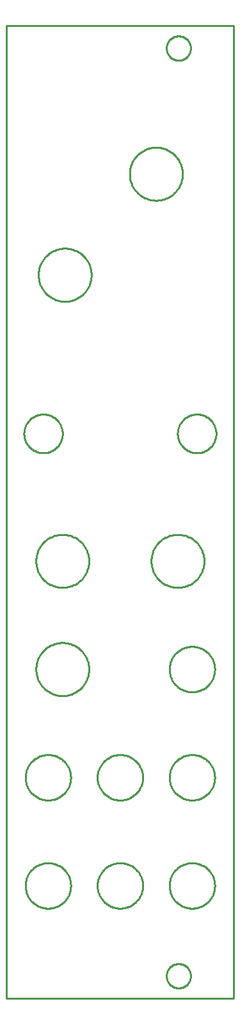
<source format=gko>
G04 EAGLE Gerber RS-274X export*
G75*
%MOMM*%
%FSLAX34Y34*%
%LPD*%
%IN*%
%IPPOS*%
%AMOC8*
5,1,8,0,0,1.08239X$1,22.5*%
G01*
%ADD10C,0.254000*%


D10*
X-302400Y0D02*
X-2400Y0D01*
X-2400Y1285000D01*
X-302400Y1285000D01*
X-302400Y0D01*
X-69775Y1088216D02*
X-69850Y1086601D01*
X-69999Y1084990D01*
X-70222Y1083389D01*
X-70520Y1081799D01*
X-70890Y1080225D01*
X-71332Y1078669D01*
X-71846Y1077136D01*
X-72431Y1075628D01*
X-73084Y1074148D01*
X-73805Y1072700D01*
X-74592Y1071287D01*
X-75443Y1069912D01*
X-76357Y1068578D01*
X-77332Y1067287D01*
X-78365Y1066043D01*
X-79454Y1064848D01*
X-80598Y1063704D01*
X-81793Y1062615D01*
X-83037Y1061582D01*
X-84328Y1060607D01*
X-85662Y1059693D01*
X-87037Y1058842D01*
X-88450Y1058055D01*
X-89898Y1057334D01*
X-91378Y1056681D01*
X-92886Y1056096D01*
X-94419Y1055582D01*
X-95975Y1055140D01*
X-97549Y1054770D01*
X-99139Y1054472D01*
X-100740Y1054249D01*
X-102351Y1054100D01*
X-103966Y1054025D01*
X-105584Y1054025D01*
X-107199Y1054100D01*
X-108810Y1054249D01*
X-110411Y1054472D01*
X-112001Y1054770D01*
X-113575Y1055140D01*
X-115131Y1055582D01*
X-116664Y1056096D01*
X-118173Y1056681D01*
X-119652Y1057334D01*
X-121100Y1058055D01*
X-122513Y1058842D01*
X-123888Y1059693D01*
X-125222Y1060607D01*
X-126513Y1061582D01*
X-127757Y1062615D01*
X-128952Y1063704D01*
X-130096Y1064848D01*
X-131185Y1066043D01*
X-132218Y1067287D01*
X-133193Y1068578D01*
X-134107Y1069912D01*
X-134958Y1071287D01*
X-135745Y1072700D01*
X-136466Y1074148D01*
X-137119Y1075628D01*
X-137704Y1077136D01*
X-138218Y1078669D01*
X-138660Y1080225D01*
X-139030Y1081799D01*
X-139328Y1083389D01*
X-139551Y1084990D01*
X-139700Y1086601D01*
X-139775Y1088216D01*
X-139775Y1089834D01*
X-139700Y1091449D01*
X-139551Y1093060D01*
X-139328Y1094661D01*
X-139030Y1096251D01*
X-138660Y1097825D01*
X-138218Y1099381D01*
X-137704Y1100914D01*
X-137119Y1102423D01*
X-136466Y1103902D01*
X-135745Y1105350D01*
X-134958Y1106763D01*
X-134107Y1108138D01*
X-133193Y1109472D01*
X-132218Y1110763D01*
X-131185Y1112007D01*
X-130096Y1113202D01*
X-128952Y1114346D01*
X-127757Y1115435D01*
X-126513Y1116468D01*
X-125222Y1117443D01*
X-123888Y1118357D01*
X-122513Y1119208D01*
X-121100Y1119995D01*
X-119652Y1120716D01*
X-118173Y1121369D01*
X-116664Y1121954D01*
X-115131Y1122468D01*
X-113575Y1122910D01*
X-112001Y1123280D01*
X-110411Y1123578D01*
X-108810Y1123801D01*
X-107199Y1123950D01*
X-105584Y1124025D01*
X-103966Y1124025D01*
X-102351Y1123950D01*
X-100740Y1123801D01*
X-99139Y1123578D01*
X-97549Y1123280D01*
X-95975Y1122910D01*
X-94419Y1122468D01*
X-92886Y1121954D01*
X-91378Y1121369D01*
X-89898Y1120716D01*
X-88450Y1119995D01*
X-87037Y1119208D01*
X-85662Y1118357D01*
X-84328Y1117443D01*
X-83037Y1116468D01*
X-81793Y1115435D01*
X-80598Y1114346D01*
X-79454Y1113202D01*
X-78365Y1112007D01*
X-77332Y1110763D01*
X-76357Y1109472D01*
X-75443Y1108138D01*
X-74592Y1106763D01*
X-73805Y1105350D01*
X-73084Y1103902D01*
X-72431Y1102423D01*
X-71846Y1100914D01*
X-71332Y1099381D01*
X-70890Y1097825D01*
X-70520Y1096251D01*
X-70222Y1094661D01*
X-69999Y1093060D01*
X-69850Y1091449D01*
X-69775Y1089834D01*
X-69775Y1088216D01*
X-190425Y954866D02*
X-190500Y953251D01*
X-190649Y951640D01*
X-190872Y950039D01*
X-191170Y948449D01*
X-191540Y946875D01*
X-191982Y945319D01*
X-192496Y943786D01*
X-193081Y942278D01*
X-193734Y940798D01*
X-194455Y939350D01*
X-195242Y937937D01*
X-196093Y936562D01*
X-197007Y935228D01*
X-197982Y933937D01*
X-199015Y932693D01*
X-200104Y931498D01*
X-201248Y930354D01*
X-202443Y929265D01*
X-203687Y928232D01*
X-204978Y927257D01*
X-206312Y926343D01*
X-207687Y925492D01*
X-209100Y924705D01*
X-210548Y923984D01*
X-212028Y923331D01*
X-213536Y922746D01*
X-215069Y922232D01*
X-216625Y921790D01*
X-218199Y921420D01*
X-219789Y921122D01*
X-221390Y920899D01*
X-223001Y920750D01*
X-224616Y920675D01*
X-226234Y920675D01*
X-227849Y920750D01*
X-229460Y920899D01*
X-231061Y921122D01*
X-232651Y921420D01*
X-234225Y921790D01*
X-235781Y922232D01*
X-237314Y922746D01*
X-238823Y923331D01*
X-240302Y923984D01*
X-241750Y924705D01*
X-243163Y925492D01*
X-244538Y926343D01*
X-245872Y927257D01*
X-247163Y928232D01*
X-248407Y929265D01*
X-249602Y930354D01*
X-250746Y931498D01*
X-251835Y932693D01*
X-252868Y933937D01*
X-253843Y935228D01*
X-254757Y936562D01*
X-255608Y937937D01*
X-256395Y939350D01*
X-257116Y940798D01*
X-257769Y942278D01*
X-258354Y943786D01*
X-258868Y945319D01*
X-259310Y946875D01*
X-259680Y948449D01*
X-259978Y950039D01*
X-260201Y951640D01*
X-260350Y953251D01*
X-260425Y954866D01*
X-260425Y956484D01*
X-260350Y958099D01*
X-260201Y959710D01*
X-259978Y961311D01*
X-259680Y962901D01*
X-259310Y964475D01*
X-258868Y966031D01*
X-258354Y967564D01*
X-257769Y969073D01*
X-257116Y970552D01*
X-256395Y972000D01*
X-255608Y973413D01*
X-254757Y974788D01*
X-253843Y976122D01*
X-252868Y977413D01*
X-251835Y978657D01*
X-250746Y979852D01*
X-249602Y980996D01*
X-248407Y982085D01*
X-247163Y983118D01*
X-245872Y984093D01*
X-244538Y985007D01*
X-243163Y985858D01*
X-241750Y986645D01*
X-240302Y987366D01*
X-238823Y988019D01*
X-237314Y988604D01*
X-235781Y989118D01*
X-234225Y989560D01*
X-232651Y989930D01*
X-231061Y990228D01*
X-229460Y990451D01*
X-227849Y990600D01*
X-226234Y990675D01*
X-224616Y990675D01*
X-223001Y990600D01*
X-221390Y990451D01*
X-219789Y990228D01*
X-218199Y989930D01*
X-216625Y989560D01*
X-215069Y989118D01*
X-213536Y988604D01*
X-212028Y988019D01*
X-210548Y987366D01*
X-209100Y986645D01*
X-207687Y985858D01*
X-206312Y985007D01*
X-204978Y984093D01*
X-203687Y983118D01*
X-202443Y982085D01*
X-201248Y980996D01*
X-200104Y979852D01*
X-199015Y978657D01*
X-197982Y977413D01*
X-197007Y976122D01*
X-196093Y974788D01*
X-195242Y973413D01*
X-194455Y972000D01*
X-193734Y970552D01*
X-193081Y969073D01*
X-192496Y967564D01*
X-191982Y966031D01*
X-191540Y964475D01*
X-191170Y962901D01*
X-190872Y961311D01*
X-190649Y959710D01*
X-190500Y958099D01*
X-190425Y956484D01*
X-190425Y954866D01*
X-25300Y745457D02*
X-25370Y744124D01*
X-25510Y742795D01*
X-25718Y741476D01*
X-25996Y740170D01*
X-26342Y738880D01*
X-26754Y737610D01*
X-27233Y736363D01*
X-27776Y735143D01*
X-28382Y733953D01*
X-29050Y732797D01*
X-29778Y731677D01*
X-30563Y730596D01*
X-31403Y729558D01*
X-32297Y728566D01*
X-33241Y727622D01*
X-34233Y726728D01*
X-35271Y725888D01*
X-36352Y725103D01*
X-37472Y724375D01*
X-38628Y723707D01*
X-39818Y723101D01*
X-41038Y722558D01*
X-42285Y722079D01*
X-43555Y721667D01*
X-44845Y721321D01*
X-46151Y721043D01*
X-47470Y720835D01*
X-48799Y720695D01*
X-50132Y720625D01*
X-51468Y720625D01*
X-52801Y720695D01*
X-54130Y720835D01*
X-55449Y721043D01*
X-56755Y721321D01*
X-58045Y721667D01*
X-59315Y722079D01*
X-60562Y722558D01*
X-61782Y723101D01*
X-62972Y723707D01*
X-64128Y724375D01*
X-65248Y725103D01*
X-66329Y725888D01*
X-67367Y726728D01*
X-68359Y727622D01*
X-69303Y728566D01*
X-70197Y729558D01*
X-71037Y730596D01*
X-71822Y731677D01*
X-72550Y732797D01*
X-73218Y733953D01*
X-73824Y735143D01*
X-74367Y736363D01*
X-74846Y737610D01*
X-75258Y738880D01*
X-75604Y740170D01*
X-75882Y741476D01*
X-76091Y742795D01*
X-76230Y744124D01*
X-76300Y745457D01*
X-76300Y746793D01*
X-76230Y748126D01*
X-76091Y749455D01*
X-75882Y750774D01*
X-75604Y752080D01*
X-75258Y753370D01*
X-74846Y754640D01*
X-74367Y755887D01*
X-73824Y757107D01*
X-73218Y758297D01*
X-72550Y759453D01*
X-71822Y760573D01*
X-71037Y761654D01*
X-70197Y762692D01*
X-69303Y763684D01*
X-68359Y764628D01*
X-67367Y765522D01*
X-66329Y766362D01*
X-65248Y767147D01*
X-64128Y767875D01*
X-62972Y768543D01*
X-61782Y769149D01*
X-60562Y769692D01*
X-59315Y770171D01*
X-58045Y770583D01*
X-56755Y770929D01*
X-55449Y771207D01*
X-54130Y771416D01*
X-52801Y771555D01*
X-51468Y771625D01*
X-50132Y771625D01*
X-48799Y771555D01*
X-47470Y771416D01*
X-46151Y771207D01*
X-44845Y770929D01*
X-43555Y770583D01*
X-42285Y770171D01*
X-41038Y769692D01*
X-39818Y769149D01*
X-38628Y768543D01*
X-37472Y767875D01*
X-36352Y767147D01*
X-35271Y766362D01*
X-34233Y765522D01*
X-33241Y764628D01*
X-32297Y763684D01*
X-31403Y762692D01*
X-30563Y761654D01*
X-29778Y760573D01*
X-29050Y759453D01*
X-28382Y758297D01*
X-27776Y757107D01*
X-27233Y755887D01*
X-26754Y754640D01*
X-26342Y753370D01*
X-25996Y752080D01*
X-25718Y750774D01*
X-25510Y749455D01*
X-25370Y748126D01*
X-25300Y746793D01*
X-25300Y745457D01*
X-228500Y745457D02*
X-228570Y744124D01*
X-228710Y742795D01*
X-228918Y741476D01*
X-229196Y740170D01*
X-229542Y738880D01*
X-229954Y737610D01*
X-230433Y736363D01*
X-230976Y735143D01*
X-231582Y733953D01*
X-232250Y732797D01*
X-232978Y731677D01*
X-233763Y730596D01*
X-234603Y729558D01*
X-235497Y728566D01*
X-236441Y727622D01*
X-237433Y726728D01*
X-238471Y725888D01*
X-239552Y725103D01*
X-240672Y724375D01*
X-241828Y723707D01*
X-243018Y723101D01*
X-244238Y722558D01*
X-245485Y722079D01*
X-246755Y721667D01*
X-248045Y721321D01*
X-249351Y721043D01*
X-250670Y720835D01*
X-251999Y720695D01*
X-253332Y720625D01*
X-254668Y720625D01*
X-256001Y720695D01*
X-257330Y720835D01*
X-258649Y721043D01*
X-259955Y721321D01*
X-261245Y721667D01*
X-262515Y722079D01*
X-263762Y722558D01*
X-264982Y723101D01*
X-266172Y723707D01*
X-267328Y724375D01*
X-268448Y725103D01*
X-269529Y725888D01*
X-270567Y726728D01*
X-271559Y727622D01*
X-272503Y728566D01*
X-273397Y729558D01*
X-274237Y730596D01*
X-275022Y731677D01*
X-275750Y732797D01*
X-276418Y733953D01*
X-277024Y735143D01*
X-277567Y736363D01*
X-278046Y737610D01*
X-278458Y738880D01*
X-278804Y740170D01*
X-279082Y741476D01*
X-279291Y742795D01*
X-279430Y744124D01*
X-279500Y745457D01*
X-279500Y746793D01*
X-279430Y748126D01*
X-279291Y749455D01*
X-279082Y750774D01*
X-278804Y752080D01*
X-278458Y753370D01*
X-278046Y754640D01*
X-277567Y755887D01*
X-277024Y757107D01*
X-276418Y758297D01*
X-275750Y759453D01*
X-275022Y760573D01*
X-274237Y761654D01*
X-273397Y762692D01*
X-272503Y763684D01*
X-271559Y764628D01*
X-270567Y765522D01*
X-269529Y766362D01*
X-268448Y767147D01*
X-267328Y767875D01*
X-266172Y768543D01*
X-264982Y769149D01*
X-263762Y769692D01*
X-262515Y770171D01*
X-261245Y770583D01*
X-259955Y770929D01*
X-258649Y771207D01*
X-257330Y771416D01*
X-256001Y771555D01*
X-254668Y771625D01*
X-253332Y771625D01*
X-251999Y771555D01*
X-250670Y771416D01*
X-249351Y771207D01*
X-248045Y770929D01*
X-246755Y770583D01*
X-245485Y770171D01*
X-244238Y769692D01*
X-243018Y769149D01*
X-241828Y768543D01*
X-240672Y767875D01*
X-239552Y767147D01*
X-238471Y766362D01*
X-237433Y765522D01*
X-236441Y764628D01*
X-235497Y763684D01*
X-234603Y762692D01*
X-233763Y761654D01*
X-232978Y760573D01*
X-232250Y759453D01*
X-231582Y758297D01*
X-230976Y757107D01*
X-230433Y755887D01*
X-229954Y754640D01*
X-229542Y753370D01*
X-229196Y752080D01*
X-228918Y750774D01*
X-228710Y749455D01*
X-228570Y748126D01*
X-228500Y746793D01*
X-228500Y745457D01*
X-41200Y577041D02*
X-41275Y575426D01*
X-41424Y573815D01*
X-41647Y572214D01*
X-41945Y570624D01*
X-42315Y569050D01*
X-42757Y567494D01*
X-43271Y565961D01*
X-43856Y564453D01*
X-44509Y562973D01*
X-45230Y561525D01*
X-46017Y560112D01*
X-46868Y558737D01*
X-47782Y557403D01*
X-48757Y556112D01*
X-49790Y554868D01*
X-50879Y553673D01*
X-52023Y552529D01*
X-53218Y551440D01*
X-54462Y550407D01*
X-55753Y549432D01*
X-57087Y548518D01*
X-58462Y547667D01*
X-59875Y546880D01*
X-61323Y546159D01*
X-62803Y545506D01*
X-64311Y544921D01*
X-65844Y544407D01*
X-67400Y543965D01*
X-68974Y543595D01*
X-70564Y543297D01*
X-72165Y543074D01*
X-73776Y542925D01*
X-75391Y542850D01*
X-77009Y542850D01*
X-78624Y542925D01*
X-80235Y543074D01*
X-81836Y543297D01*
X-83426Y543595D01*
X-85000Y543965D01*
X-86556Y544407D01*
X-88089Y544921D01*
X-89598Y545506D01*
X-91077Y546159D01*
X-92525Y546880D01*
X-93938Y547667D01*
X-95313Y548518D01*
X-96647Y549432D01*
X-97938Y550407D01*
X-99182Y551440D01*
X-100377Y552529D01*
X-101521Y553673D01*
X-102610Y554868D01*
X-103643Y556112D01*
X-104618Y557403D01*
X-105532Y558737D01*
X-106383Y560112D01*
X-107170Y561525D01*
X-107891Y562973D01*
X-108544Y564453D01*
X-109129Y565961D01*
X-109643Y567494D01*
X-110085Y569050D01*
X-110455Y570624D01*
X-110753Y572214D01*
X-110976Y573815D01*
X-111125Y575426D01*
X-111200Y577041D01*
X-111200Y578659D01*
X-111125Y580274D01*
X-110976Y581885D01*
X-110753Y583486D01*
X-110455Y585076D01*
X-110085Y586650D01*
X-109643Y588206D01*
X-109129Y589739D01*
X-108544Y591248D01*
X-107891Y592727D01*
X-107170Y594175D01*
X-106383Y595588D01*
X-105532Y596963D01*
X-104618Y598297D01*
X-103643Y599588D01*
X-102610Y600832D01*
X-101521Y602027D01*
X-100377Y603171D01*
X-99182Y604260D01*
X-97938Y605293D01*
X-96647Y606268D01*
X-95313Y607182D01*
X-93938Y608033D01*
X-92525Y608820D01*
X-91077Y609541D01*
X-89598Y610194D01*
X-88089Y610779D01*
X-86556Y611293D01*
X-85000Y611735D01*
X-83426Y612105D01*
X-81836Y612403D01*
X-80235Y612626D01*
X-78624Y612775D01*
X-77009Y612850D01*
X-75391Y612850D01*
X-73776Y612775D01*
X-72165Y612626D01*
X-70564Y612403D01*
X-68974Y612105D01*
X-67400Y611735D01*
X-65844Y611293D01*
X-64311Y610779D01*
X-62803Y610194D01*
X-61323Y609541D01*
X-59875Y608820D01*
X-58462Y608033D01*
X-57087Y607182D01*
X-55753Y606268D01*
X-54462Y605293D01*
X-53218Y604260D01*
X-52023Y603171D01*
X-50879Y602027D01*
X-49790Y600832D01*
X-48757Y599588D01*
X-47782Y598297D01*
X-46868Y596963D01*
X-46017Y595588D01*
X-45230Y594175D01*
X-44509Y592727D01*
X-43856Y591248D01*
X-43271Y589739D01*
X-42757Y588206D01*
X-42315Y586650D01*
X-41945Y585076D01*
X-41647Y583486D01*
X-41424Y581885D01*
X-41275Y580274D01*
X-41200Y578659D01*
X-41200Y577041D01*
X-193600Y577041D02*
X-193675Y575426D01*
X-193824Y573815D01*
X-194047Y572214D01*
X-194345Y570624D01*
X-194715Y569050D01*
X-195157Y567494D01*
X-195671Y565961D01*
X-196256Y564453D01*
X-196909Y562973D01*
X-197630Y561525D01*
X-198417Y560112D01*
X-199268Y558737D01*
X-200182Y557403D01*
X-201157Y556112D01*
X-202190Y554868D01*
X-203279Y553673D01*
X-204423Y552529D01*
X-205618Y551440D01*
X-206862Y550407D01*
X-208153Y549432D01*
X-209487Y548518D01*
X-210862Y547667D01*
X-212275Y546880D01*
X-213723Y546159D01*
X-215203Y545506D01*
X-216711Y544921D01*
X-218244Y544407D01*
X-219800Y543965D01*
X-221374Y543595D01*
X-222964Y543297D01*
X-224565Y543074D01*
X-226176Y542925D01*
X-227791Y542850D01*
X-229409Y542850D01*
X-231024Y542925D01*
X-232635Y543074D01*
X-234236Y543297D01*
X-235826Y543595D01*
X-237400Y543965D01*
X-238956Y544407D01*
X-240489Y544921D01*
X-241998Y545506D01*
X-243477Y546159D01*
X-244925Y546880D01*
X-246338Y547667D01*
X-247713Y548518D01*
X-249047Y549432D01*
X-250338Y550407D01*
X-251582Y551440D01*
X-252777Y552529D01*
X-253921Y553673D01*
X-255010Y554868D01*
X-256043Y556112D01*
X-257018Y557403D01*
X-257932Y558737D01*
X-258783Y560112D01*
X-259570Y561525D01*
X-260291Y562973D01*
X-260944Y564453D01*
X-261529Y565961D01*
X-262043Y567494D01*
X-262485Y569050D01*
X-262855Y570624D01*
X-263153Y572214D01*
X-263376Y573815D01*
X-263525Y575426D01*
X-263600Y577041D01*
X-263600Y578659D01*
X-263525Y580274D01*
X-263376Y581885D01*
X-263153Y583486D01*
X-262855Y585076D01*
X-262485Y586650D01*
X-262043Y588206D01*
X-261529Y589739D01*
X-260944Y591248D01*
X-260291Y592727D01*
X-259570Y594175D01*
X-258783Y595588D01*
X-257932Y596963D01*
X-257018Y598297D01*
X-256043Y599588D01*
X-255010Y600832D01*
X-253921Y602027D01*
X-252777Y603171D01*
X-251582Y604260D01*
X-250338Y605293D01*
X-249047Y606268D01*
X-247713Y607182D01*
X-246338Y608033D01*
X-244925Y608820D01*
X-243477Y609541D01*
X-241998Y610194D01*
X-240489Y610779D01*
X-238956Y611293D01*
X-237400Y611735D01*
X-235826Y612105D01*
X-234236Y612403D01*
X-232635Y612626D01*
X-231024Y612775D01*
X-229409Y612850D01*
X-227791Y612850D01*
X-226176Y612775D01*
X-224565Y612626D01*
X-222964Y612403D01*
X-221374Y612105D01*
X-219800Y611735D01*
X-218244Y611293D01*
X-216711Y610779D01*
X-215203Y610194D01*
X-213723Y609541D01*
X-212275Y608820D01*
X-210862Y608033D01*
X-209487Y607182D01*
X-208153Y606268D01*
X-206862Y605293D01*
X-205618Y604260D01*
X-204423Y603171D01*
X-203279Y602027D01*
X-202190Y600832D01*
X-201157Y599588D01*
X-200182Y598297D01*
X-199268Y596963D01*
X-198417Y595588D01*
X-197630Y594175D01*
X-196909Y592727D01*
X-196256Y591248D01*
X-195671Y589739D01*
X-195157Y588206D01*
X-194715Y586650D01*
X-194345Y585076D01*
X-194047Y583486D01*
X-193824Y581885D01*
X-193675Y580274D01*
X-193600Y578659D01*
X-193600Y577041D01*
X-27150Y434239D02*
X-27222Y432767D01*
X-27367Y431302D01*
X-27583Y429845D01*
X-27870Y428400D01*
X-28228Y426971D01*
X-28656Y425562D01*
X-29152Y424175D01*
X-29715Y422814D01*
X-30345Y421483D01*
X-31040Y420184D01*
X-31797Y418920D01*
X-32615Y417696D01*
X-33492Y416513D01*
X-34427Y415374D01*
X-35416Y414283D01*
X-36458Y413241D01*
X-37549Y412252D01*
X-38688Y411317D01*
X-39871Y410440D01*
X-41095Y409622D01*
X-42359Y408865D01*
X-43658Y408170D01*
X-44989Y407540D01*
X-46350Y406977D01*
X-47737Y406481D01*
X-49146Y406053D01*
X-50575Y405695D01*
X-52020Y405408D01*
X-53477Y405192D01*
X-54942Y405047D01*
X-56414Y404975D01*
X-57886Y404975D01*
X-59358Y405047D01*
X-60823Y405192D01*
X-62280Y405408D01*
X-63725Y405695D01*
X-65154Y406053D01*
X-66563Y406481D01*
X-67950Y406977D01*
X-69311Y407540D01*
X-70642Y408170D01*
X-71941Y408865D01*
X-73205Y409622D01*
X-74429Y410440D01*
X-75613Y411317D01*
X-76751Y412252D01*
X-77842Y413241D01*
X-78884Y414283D01*
X-79873Y415374D01*
X-80808Y416513D01*
X-81685Y417696D01*
X-82503Y418920D01*
X-83260Y420184D01*
X-83955Y421483D01*
X-84585Y422814D01*
X-85148Y424175D01*
X-85644Y425562D01*
X-86072Y426971D01*
X-86430Y428400D01*
X-86717Y429845D01*
X-86933Y431302D01*
X-87078Y432767D01*
X-87150Y434239D01*
X-87150Y435711D01*
X-87078Y437183D01*
X-86933Y438648D01*
X-86717Y440105D01*
X-86430Y441550D01*
X-86072Y442979D01*
X-85644Y444388D01*
X-85148Y445775D01*
X-84585Y447136D01*
X-83955Y448467D01*
X-83260Y449766D01*
X-82503Y451030D01*
X-81685Y452254D01*
X-80808Y453438D01*
X-79873Y454576D01*
X-78884Y455667D01*
X-77842Y456709D01*
X-76751Y457698D01*
X-75613Y458633D01*
X-74429Y459510D01*
X-73205Y460328D01*
X-71941Y461085D01*
X-70642Y461780D01*
X-69311Y462410D01*
X-67950Y462973D01*
X-66563Y463469D01*
X-65154Y463897D01*
X-63725Y464255D01*
X-62280Y464542D01*
X-60823Y464758D01*
X-59358Y464903D01*
X-57886Y464975D01*
X-56414Y464975D01*
X-54942Y464903D01*
X-53477Y464758D01*
X-52020Y464542D01*
X-50575Y464255D01*
X-49146Y463897D01*
X-47737Y463469D01*
X-46350Y462973D01*
X-44989Y462410D01*
X-43658Y461780D01*
X-42359Y461085D01*
X-41095Y460328D01*
X-39871Y459510D01*
X-38688Y458633D01*
X-37549Y457698D01*
X-36458Y456709D01*
X-35416Y455667D01*
X-34427Y454576D01*
X-33492Y453438D01*
X-32615Y452254D01*
X-31797Y451030D01*
X-31040Y449766D01*
X-30345Y448467D01*
X-29715Y447136D01*
X-29152Y445775D01*
X-28656Y444388D01*
X-28228Y442979D01*
X-27870Y441550D01*
X-27583Y440105D01*
X-27367Y438648D01*
X-27222Y437183D01*
X-27150Y435711D01*
X-27150Y434239D01*
X-193600Y434166D02*
X-193675Y432551D01*
X-193824Y430940D01*
X-194047Y429339D01*
X-194345Y427749D01*
X-194715Y426175D01*
X-195157Y424619D01*
X-195671Y423086D01*
X-196256Y421578D01*
X-196909Y420098D01*
X-197630Y418650D01*
X-198417Y417237D01*
X-199268Y415862D01*
X-200182Y414528D01*
X-201157Y413237D01*
X-202190Y411993D01*
X-203279Y410798D01*
X-204423Y409654D01*
X-205618Y408565D01*
X-206862Y407532D01*
X-208153Y406557D01*
X-209487Y405643D01*
X-210862Y404792D01*
X-212275Y404005D01*
X-213723Y403284D01*
X-215203Y402631D01*
X-216711Y402046D01*
X-218244Y401532D01*
X-219800Y401090D01*
X-221374Y400720D01*
X-222964Y400422D01*
X-224565Y400199D01*
X-226176Y400050D01*
X-227791Y399975D01*
X-229409Y399975D01*
X-231024Y400050D01*
X-232635Y400199D01*
X-234236Y400422D01*
X-235826Y400720D01*
X-237400Y401090D01*
X-238956Y401532D01*
X-240489Y402046D01*
X-241998Y402631D01*
X-243477Y403284D01*
X-244925Y404005D01*
X-246338Y404792D01*
X-247713Y405643D01*
X-249047Y406557D01*
X-250338Y407532D01*
X-251582Y408565D01*
X-252777Y409654D01*
X-253921Y410798D01*
X-255010Y411993D01*
X-256043Y413237D01*
X-257018Y414528D01*
X-257932Y415862D01*
X-258783Y417237D01*
X-259570Y418650D01*
X-260291Y420098D01*
X-260944Y421578D01*
X-261529Y423086D01*
X-262043Y424619D01*
X-262485Y426175D01*
X-262855Y427749D01*
X-263153Y429339D01*
X-263376Y430940D01*
X-263525Y432551D01*
X-263600Y434166D01*
X-263600Y435784D01*
X-263525Y437399D01*
X-263376Y439010D01*
X-263153Y440611D01*
X-262855Y442201D01*
X-262485Y443775D01*
X-262043Y445331D01*
X-261529Y446864D01*
X-260944Y448373D01*
X-260291Y449852D01*
X-259570Y451300D01*
X-258783Y452713D01*
X-257932Y454088D01*
X-257018Y455422D01*
X-256043Y456713D01*
X-255010Y457957D01*
X-253921Y459152D01*
X-252777Y460296D01*
X-251582Y461385D01*
X-250338Y462418D01*
X-249047Y463393D01*
X-247713Y464307D01*
X-246338Y465158D01*
X-244925Y465945D01*
X-243477Y466666D01*
X-241998Y467319D01*
X-240489Y467904D01*
X-238956Y468418D01*
X-237400Y468860D01*
X-235826Y469230D01*
X-234236Y469528D01*
X-232635Y469751D01*
X-231024Y469900D01*
X-229409Y469975D01*
X-227791Y469975D01*
X-226176Y469900D01*
X-224565Y469751D01*
X-222964Y469528D01*
X-221374Y469230D01*
X-219800Y468860D01*
X-218244Y468418D01*
X-216711Y467904D01*
X-215203Y467319D01*
X-213723Y466666D01*
X-212275Y465945D01*
X-210862Y465158D01*
X-209487Y464307D01*
X-208153Y463393D01*
X-206862Y462418D01*
X-205618Y461385D01*
X-204423Y460296D01*
X-203279Y459152D01*
X-202190Y457957D01*
X-201157Y456713D01*
X-200182Y455422D01*
X-199268Y454088D01*
X-198417Y452713D01*
X-197630Y451300D01*
X-196909Y449852D01*
X-196256Y448373D01*
X-195671Y446864D01*
X-195157Y445331D01*
X-194715Y443775D01*
X-194345Y442201D01*
X-194047Y440611D01*
X-193824Y439010D01*
X-193675Y437399D01*
X-193600Y435784D01*
X-193600Y434166D01*
X-122400Y291364D02*
X-122472Y289892D01*
X-122617Y288427D01*
X-122833Y286970D01*
X-123120Y285525D01*
X-123478Y284096D01*
X-123906Y282687D01*
X-124402Y281300D01*
X-124965Y279939D01*
X-125595Y278608D01*
X-126290Y277309D01*
X-127047Y276045D01*
X-127865Y274821D01*
X-128742Y273638D01*
X-129677Y272499D01*
X-130666Y271408D01*
X-131708Y270366D01*
X-132799Y269377D01*
X-133938Y268442D01*
X-135121Y267565D01*
X-136345Y266747D01*
X-137609Y265990D01*
X-138908Y265295D01*
X-140239Y264665D01*
X-141600Y264102D01*
X-142987Y263606D01*
X-144396Y263178D01*
X-145825Y262820D01*
X-147270Y262533D01*
X-148727Y262317D01*
X-150192Y262172D01*
X-151664Y262100D01*
X-153136Y262100D01*
X-154608Y262172D01*
X-156073Y262317D01*
X-157530Y262533D01*
X-158975Y262820D01*
X-160404Y263178D01*
X-161813Y263606D01*
X-163200Y264102D01*
X-164561Y264665D01*
X-165892Y265295D01*
X-167191Y265990D01*
X-168455Y266747D01*
X-169679Y267565D01*
X-170863Y268442D01*
X-172001Y269377D01*
X-173092Y270366D01*
X-174134Y271408D01*
X-175123Y272499D01*
X-176058Y273638D01*
X-176935Y274821D01*
X-177753Y276045D01*
X-178510Y277309D01*
X-179205Y278608D01*
X-179835Y279939D01*
X-180398Y281300D01*
X-180894Y282687D01*
X-181322Y284096D01*
X-181680Y285525D01*
X-181967Y286970D01*
X-182183Y288427D01*
X-182328Y289892D01*
X-182400Y291364D01*
X-182400Y292836D01*
X-182328Y294308D01*
X-182183Y295773D01*
X-181967Y297230D01*
X-181680Y298675D01*
X-181322Y300104D01*
X-180894Y301513D01*
X-180398Y302900D01*
X-179835Y304261D01*
X-179205Y305592D01*
X-178510Y306891D01*
X-177753Y308155D01*
X-176935Y309379D01*
X-176058Y310563D01*
X-175123Y311701D01*
X-174134Y312792D01*
X-173092Y313834D01*
X-172001Y314823D01*
X-170863Y315758D01*
X-169679Y316635D01*
X-168455Y317453D01*
X-167191Y318210D01*
X-165892Y318905D01*
X-164561Y319535D01*
X-163200Y320098D01*
X-161813Y320594D01*
X-160404Y321022D01*
X-158975Y321380D01*
X-157530Y321667D01*
X-156073Y321883D01*
X-154608Y322028D01*
X-153136Y322100D01*
X-151664Y322100D01*
X-150192Y322028D01*
X-148727Y321883D01*
X-147270Y321667D01*
X-145825Y321380D01*
X-144396Y321022D01*
X-142987Y320594D01*
X-141600Y320098D01*
X-140239Y319535D01*
X-138908Y318905D01*
X-137609Y318210D01*
X-136345Y317453D01*
X-135121Y316635D01*
X-133938Y315758D01*
X-132799Y314823D01*
X-131708Y313834D01*
X-130666Y312792D01*
X-129677Y311701D01*
X-128742Y310563D01*
X-127865Y309379D01*
X-127047Y308155D01*
X-126290Y306891D01*
X-125595Y305592D01*
X-124965Y304261D01*
X-124402Y302900D01*
X-123906Y301513D01*
X-123478Y300104D01*
X-123120Y298675D01*
X-122833Y297230D01*
X-122617Y295773D01*
X-122472Y294308D01*
X-122400Y292836D01*
X-122400Y291364D01*
X-27150Y291364D02*
X-27222Y289892D01*
X-27367Y288427D01*
X-27583Y286970D01*
X-27870Y285525D01*
X-28228Y284096D01*
X-28656Y282687D01*
X-29152Y281300D01*
X-29715Y279939D01*
X-30345Y278608D01*
X-31040Y277309D01*
X-31797Y276045D01*
X-32615Y274821D01*
X-33492Y273638D01*
X-34427Y272499D01*
X-35416Y271408D01*
X-36458Y270366D01*
X-37549Y269377D01*
X-38688Y268442D01*
X-39871Y267565D01*
X-41095Y266747D01*
X-42359Y265990D01*
X-43658Y265295D01*
X-44989Y264665D01*
X-46350Y264102D01*
X-47737Y263606D01*
X-49146Y263178D01*
X-50575Y262820D01*
X-52020Y262533D01*
X-53477Y262317D01*
X-54942Y262172D01*
X-56414Y262100D01*
X-57886Y262100D01*
X-59358Y262172D01*
X-60823Y262317D01*
X-62280Y262533D01*
X-63725Y262820D01*
X-65154Y263178D01*
X-66563Y263606D01*
X-67950Y264102D01*
X-69311Y264665D01*
X-70642Y265295D01*
X-71941Y265990D01*
X-73205Y266747D01*
X-74429Y267565D01*
X-75613Y268442D01*
X-76751Y269377D01*
X-77842Y270366D01*
X-78884Y271408D01*
X-79873Y272499D01*
X-80808Y273638D01*
X-81685Y274821D01*
X-82503Y276045D01*
X-83260Y277309D01*
X-83955Y278608D01*
X-84585Y279939D01*
X-85148Y281300D01*
X-85644Y282687D01*
X-86072Y284096D01*
X-86430Y285525D01*
X-86717Y286970D01*
X-86933Y288427D01*
X-87078Y289892D01*
X-87150Y291364D01*
X-87150Y292836D01*
X-87078Y294308D01*
X-86933Y295773D01*
X-86717Y297230D01*
X-86430Y298675D01*
X-86072Y300104D01*
X-85644Y301513D01*
X-85148Y302900D01*
X-84585Y304261D01*
X-83955Y305592D01*
X-83260Y306891D01*
X-82503Y308155D01*
X-81685Y309379D01*
X-80808Y310563D01*
X-79873Y311701D01*
X-78884Y312792D01*
X-77842Y313834D01*
X-76751Y314823D01*
X-75613Y315758D01*
X-74429Y316635D01*
X-73205Y317453D01*
X-71941Y318210D01*
X-70642Y318905D01*
X-69311Y319535D01*
X-67950Y320098D01*
X-66563Y320594D01*
X-65154Y321022D01*
X-63725Y321380D01*
X-62280Y321667D01*
X-60823Y321883D01*
X-59358Y322028D01*
X-57886Y322100D01*
X-56414Y322100D01*
X-54942Y322028D01*
X-53477Y321883D01*
X-52020Y321667D01*
X-50575Y321380D01*
X-49146Y321022D01*
X-47737Y320594D01*
X-46350Y320098D01*
X-44989Y319535D01*
X-43658Y318905D01*
X-42359Y318210D01*
X-41095Y317453D01*
X-39871Y316635D01*
X-38688Y315758D01*
X-37549Y314823D01*
X-36458Y313834D01*
X-35416Y312792D01*
X-34427Y311701D01*
X-33492Y310563D01*
X-32615Y309379D01*
X-31797Y308155D01*
X-31040Y306891D01*
X-30345Y305592D01*
X-29715Y304261D01*
X-29152Y302900D01*
X-28656Y301513D01*
X-28228Y300104D01*
X-27870Y298675D01*
X-27583Y297230D01*
X-27367Y295773D01*
X-27222Y294308D01*
X-27150Y292836D01*
X-27150Y291364D01*
X-217650Y291364D02*
X-217722Y289892D01*
X-217867Y288427D01*
X-218083Y286970D01*
X-218370Y285525D01*
X-218728Y284096D01*
X-219156Y282687D01*
X-219652Y281300D01*
X-220215Y279939D01*
X-220845Y278608D01*
X-221540Y277309D01*
X-222297Y276045D01*
X-223115Y274821D01*
X-223992Y273638D01*
X-224927Y272499D01*
X-225916Y271408D01*
X-226958Y270366D01*
X-228049Y269377D01*
X-229188Y268442D01*
X-230371Y267565D01*
X-231595Y266747D01*
X-232859Y265990D01*
X-234158Y265295D01*
X-235489Y264665D01*
X-236850Y264102D01*
X-238237Y263606D01*
X-239646Y263178D01*
X-241075Y262820D01*
X-242520Y262533D01*
X-243977Y262317D01*
X-245442Y262172D01*
X-246914Y262100D01*
X-248386Y262100D01*
X-249858Y262172D01*
X-251323Y262317D01*
X-252780Y262533D01*
X-254225Y262820D01*
X-255654Y263178D01*
X-257063Y263606D01*
X-258450Y264102D01*
X-259811Y264665D01*
X-261142Y265295D01*
X-262441Y265990D01*
X-263705Y266747D01*
X-264929Y267565D01*
X-266113Y268442D01*
X-267251Y269377D01*
X-268342Y270366D01*
X-269384Y271408D01*
X-270373Y272499D01*
X-271308Y273638D01*
X-272185Y274821D01*
X-273003Y276045D01*
X-273760Y277309D01*
X-274455Y278608D01*
X-275085Y279939D01*
X-275648Y281300D01*
X-276144Y282687D01*
X-276572Y284096D01*
X-276930Y285525D01*
X-277217Y286970D01*
X-277433Y288427D01*
X-277578Y289892D01*
X-277650Y291364D01*
X-277650Y292836D01*
X-277578Y294308D01*
X-277433Y295773D01*
X-277217Y297230D01*
X-276930Y298675D01*
X-276572Y300104D01*
X-276144Y301513D01*
X-275648Y302900D01*
X-275085Y304261D01*
X-274455Y305592D01*
X-273760Y306891D01*
X-273003Y308155D01*
X-272185Y309379D01*
X-271308Y310563D01*
X-270373Y311701D01*
X-269384Y312792D01*
X-268342Y313834D01*
X-267251Y314823D01*
X-266113Y315758D01*
X-264929Y316635D01*
X-263705Y317453D01*
X-262441Y318210D01*
X-261142Y318905D01*
X-259811Y319535D01*
X-258450Y320098D01*
X-257063Y320594D01*
X-255654Y321022D01*
X-254225Y321380D01*
X-252780Y321667D01*
X-251323Y321883D01*
X-249858Y322028D01*
X-248386Y322100D01*
X-246914Y322100D01*
X-245442Y322028D01*
X-243977Y321883D01*
X-242520Y321667D01*
X-241075Y321380D01*
X-239646Y321022D01*
X-238237Y320594D01*
X-236850Y320098D01*
X-235489Y319535D01*
X-234158Y318905D01*
X-232859Y318210D01*
X-231595Y317453D01*
X-230371Y316635D01*
X-229188Y315758D01*
X-228049Y314823D01*
X-226958Y313834D01*
X-225916Y312792D01*
X-224927Y311701D01*
X-223992Y310563D01*
X-223115Y309379D01*
X-222297Y308155D01*
X-221540Y306891D01*
X-220845Y305592D01*
X-220215Y304261D01*
X-219652Y302900D01*
X-219156Y301513D01*
X-218728Y300104D01*
X-218370Y298675D01*
X-218083Y297230D01*
X-217867Y295773D01*
X-217722Y294308D01*
X-217650Y292836D01*
X-217650Y291364D01*
X-27150Y148489D02*
X-27222Y147017D01*
X-27367Y145552D01*
X-27583Y144095D01*
X-27870Y142650D01*
X-28228Y141221D01*
X-28656Y139812D01*
X-29152Y138425D01*
X-29715Y137064D01*
X-30345Y135733D01*
X-31040Y134434D01*
X-31797Y133170D01*
X-32615Y131946D01*
X-33492Y130763D01*
X-34427Y129624D01*
X-35416Y128533D01*
X-36458Y127491D01*
X-37549Y126502D01*
X-38688Y125567D01*
X-39871Y124690D01*
X-41095Y123872D01*
X-42359Y123115D01*
X-43658Y122420D01*
X-44989Y121790D01*
X-46350Y121227D01*
X-47737Y120731D01*
X-49146Y120303D01*
X-50575Y119945D01*
X-52020Y119658D01*
X-53477Y119442D01*
X-54942Y119297D01*
X-56414Y119225D01*
X-57886Y119225D01*
X-59358Y119297D01*
X-60823Y119442D01*
X-62280Y119658D01*
X-63725Y119945D01*
X-65154Y120303D01*
X-66563Y120731D01*
X-67950Y121227D01*
X-69311Y121790D01*
X-70642Y122420D01*
X-71941Y123115D01*
X-73205Y123872D01*
X-74429Y124690D01*
X-75613Y125567D01*
X-76751Y126502D01*
X-77842Y127491D01*
X-78884Y128533D01*
X-79873Y129624D01*
X-80808Y130763D01*
X-81685Y131946D01*
X-82503Y133170D01*
X-83260Y134434D01*
X-83955Y135733D01*
X-84585Y137064D01*
X-85148Y138425D01*
X-85644Y139812D01*
X-86072Y141221D01*
X-86430Y142650D01*
X-86717Y144095D01*
X-86933Y145552D01*
X-87078Y147017D01*
X-87150Y148489D01*
X-87150Y149961D01*
X-87078Y151433D01*
X-86933Y152898D01*
X-86717Y154355D01*
X-86430Y155800D01*
X-86072Y157229D01*
X-85644Y158638D01*
X-85148Y160025D01*
X-84585Y161386D01*
X-83955Y162717D01*
X-83260Y164016D01*
X-82503Y165280D01*
X-81685Y166504D01*
X-80808Y167688D01*
X-79873Y168826D01*
X-78884Y169917D01*
X-77842Y170959D01*
X-76751Y171948D01*
X-75613Y172883D01*
X-74429Y173760D01*
X-73205Y174578D01*
X-71941Y175335D01*
X-70642Y176030D01*
X-69311Y176660D01*
X-67950Y177223D01*
X-66563Y177719D01*
X-65154Y178147D01*
X-63725Y178505D01*
X-62280Y178792D01*
X-60823Y179008D01*
X-59358Y179153D01*
X-57886Y179225D01*
X-56414Y179225D01*
X-54942Y179153D01*
X-53477Y179008D01*
X-52020Y178792D01*
X-50575Y178505D01*
X-49146Y178147D01*
X-47737Y177719D01*
X-46350Y177223D01*
X-44989Y176660D01*
X-43658Y176030D01*
X-42359Y175335D01*
X-41095Y174578D01*
X-39871Y173760D01*
X-38688Y172883D01*
X-37549Y171948D01*
X-36458Y170959D01*
X-35416Y169917D01*
X-34427Y168826D01*
X-33492Y167688D01*
X-32615Y166504D01*
X-31797Y165280D01*
X-31040Y164016D01*
X-30345Y162717D01*
X-29715Y161386D01*
X-29152Y160025D01*
X-28656Y158638D01*
X-28228Y157229D01*
X-27870Y155800D01*
X-27583Y154355D01*
X-27367Y152898D01*
X-27222Y151433D01*
X-27150Y149961D01*
X-27150Y148489D01*
X-122400Y148489D02*
X-122472Y147017D01*
X-122617Y145552D01*
X-122833Y144095D01*
X-123120Y142650D01*
X-123478Y141221D01*
X-123906Y139812D01*
X-124402Y138425D01*
X-124965Y137064D01*
X-125595Y135733D01*
X-126290Y134434D01*
X-127047Y133170D01*
X-127865Y131946D01*
X-128742Y130763D01*
X-129677Y129624D01*
X-130666Y128533D01*
X-131708Y127491D01*
X-132799Y126502D01*
X-133938Y125567D01*
X-135121Y124690D01*
X-136345Y123872D01*
X-137609Y123115D01*
X-138908Y122420D01*
X-140239Y121790D01*
X-141600Y121227D01*
X-142987Y120731D01*
X-144396Y120303D01*
X-145825Y119945D01*
X-147270Y119658D01*
X-148727Y119442D01*
X-150192Y119297D01*
X-151664Y119225D01*
X-153136Y119225D01*
X-154608Y119297D01*
X-156073Y119442D01*
X-157530Y119658D01*
X-158975Y119945D01*
X-160404Y120303D01*
X-161813Y120731D01*
X-163200Y121227D01*
X-164561Y121790D01*
X-165892Y122420D01*
X-167191Y123115D01*
X-168455Y123872D01*
X-169679Y124690D01*
X-170863Y125567D01*
X-172001Y126502D01*
X-173092Y127491D01*
X-174134Y128533D01*
X-175123Y129624D01*
X-176058Y130763D01*
X-176935Y131946D01*
X-177753Y133170D01*
X-178510Y134434D01*
X-179205Y135733D01*
X-179835Y137064D01*
X-180398Y138425D01*
X-180894Y139812D01*
X-181322Y141221D01*
X-181680Y142650D01*
X-181967Y144095D01*
X-182183Y145552D01*
X-182328Y147017D01*
X-182400Y148489D01*
X-182400Y149961D01*
X-182328Y151433D01*
X-182183Y152898D01*
X-181967Y154355D01*
X-181680Y155800D01*
X-181322Y157229D01*
X-180894Y158638D01*
X-180398Y160025D01*
X-179835Y161386D01*
X-179205Y162717D01*
X-178510Y164016D01*
X-177753Y165280D01*
X-176935Y166504D01*
X-176058Y167688D01*
X-175123Y168826D01*
X-174134Y169917D01*
X-173092Y170959D01*
X-172001Y171948D01*
X-170863Y172883D01*
X-169679Y173760D01*
X-168455Y174578D01*
X-167191Y175335D01*
X-165892Y176030D01*
X-164561Y176660D01*
X-163200Y177223D01*
X-161813Y177719D01*
X-160404Y178147D01*
X-158975Y178505D01*
X-157530Y178792D01*
X-156073Y179008D01*
X-154608Y179153D01*
X-153136Y179225D01*
X-151664Y179225D01*
X-150192Y179153D01*
X-148727Y179008D01*
X-147270Y178792D01*
X-145825Y178505D01*
X-144396Y178147D01*
X-142987Y177719D01*
X-141600Y177223D01*
X-140239Y176660D01*
X-138908Y176030D01*
X-137609Y175335D01*
X-136345Y174578D01*
X-135121Y173760D01*
X-133938Y172883D01*
X-132799Y171948D01*
X-131708Y170959D01*
X-130666Y169917D01*
X-129677Y168826D01*
X-128742Y167688D01*
X-127865Y166504D01*
X-127047Y165280D01*
X-126290Y164016D01*
X-125595Y162717D01*
X-124965Y161386D01*
X-124402Y160025D01*
X-123906Y158638D01*
X-123478Y157229D01*
X-123120Y155800D01*
X-122833Y154355D01*
X-122617Y152898D01*
X-122472Y151433D01*
X-122400Y149961D01*
X-122400Y148489D01*
X-217650Y148489D02*
X-217722Y147017D01*
X-217867Y145552D01*
X-218083Y144095D01*
X-218370Y142650D01*
X-218728Y141221D01*
X-219156Y139812D01*
X-219652Y138425D01*
X-220215Y137064D01*
X-220845Y135733D01*
X-221540Y134434D01*
X-222297Y133170D01*
X-223115Y131946D01*
X-223992Y130763D01*
X-224927Y129624D01*
X-225916Y128533D01*
X-226958Y127491D01*
X-228049Y126502D01*
X-229188Y125567D01*
X-230371Y124690D01*
X-231595Y123872D01*
X-232859Y123115D01*
X-234158Y122420D01*
X-235489Y121790D01*
X-236850Y121227D01*
X-238237Y120731D01*
X-239646Y120303D01*
X-241075Y119945D01*
X-242520Y119658D01*
X-243977Y119442D01*
X-245442Y119297D01*
X-246914Y119225D01*
X-248386Y119225D01*
X-249858Y119297D01*
X-251323Y119442D01*
X-252780Y119658D01*
X-254225Y119945D01*
X-255654Y120303D01*
X-257063Y120731D01*
X-258450Y121227D01*
X-259811Y121790D01*
X-261142Y122420D01*
X-262441Y123115D01*
X-263705Y123872D01*
X-264929Y124690D01*
X-266113Y125567D01*
X-267251Y126502D01*
X-268342Y127491D01*
X-269384Y128533D01*
X-270373Y129624D01*
X-271308Y130763D01*
X-272185Y131946D01*
X-273003Y133170D01*
X-273760Y134434D01*
X-274455Y135733D01*
X-275085Y137064D01*
X-275648Y138425D01*
X-276144Y139812D01*
X-276572Y141221D01*
X-276930Y142650D01*
X-277217Y144095D01*
X-277433Y145552D01*
X-277578Y147017D01*
X-277650Y148489D01*
X-277650Y149961D01*
X-277578Y151433D01*
X-277433Y152898D01*
X-277217Y154355D01*
X-276930Y155800D01*
X-276572Y157229D01*
X-276144Y158638D01*
X-275648Y160025D01*
X-275085Y161386D01*
X-274455Y162717D01*
X-273760Y164016D01*
X-273003Y165280D01*
X-272185Y166504D01*
X-271308Y167688D01*
X-270373Y168826D01*
X-269384Y169917D01*
X-268342Y170959D01*
X-267251Y171948D01*
X-266113Y172883D01*
X-264929Y173760D01*
X-263705Y174578D01*
X-262441Y175335D01*
X-261142Y176030D01*
X-259811Y176660D01*
X-258450Y177223D01*
X-257063Y177719D01*
X-255654Y178147D01*
X-254225Y178505D01*
X-252780Y178792D01*
X-251323Y179008D01*
X-249858Y179153D01*
X-248386Y179225D01*
X-246914Y179225D01*
X-245442Y179153D01*
X-243977Y179008D01*
X-242520Y178792D01*
X-241075Y178505D01*
X-239646Y178147D01*
X-238237Y177719D01*
X-236850Y177223D01*
X-235489Y176660D01*
X-234158Y176030D01*
X-232859Y175335D01*
X-231595Y174578D01*
X-230371Y173760D01*
X-229188Y172883D01*
X-228049Y171948D01*
X-226958Y170959D01*
X-225916Y169917D01*
X-224927Y168826D01*
X-223992Y167688D01*
X-223115Y166504D01*
X-222297Y165280D01*
X-221540Y164016D01*
X-220845Y162717D01*
X-220215Y161386D01*
X-219652Y160025D01*
X-219156Y158638D01*
X-218728Y157229D01*
X-218370Y155800D01*
X-218083Y154355D01*
X-217867Y152898D01*
X-217722Y151433D01*
X-217650Y149961D01*
X-217650Y148489D01*
X-91000Y1254476D02*
X-90932Y1253431D01*
X-90795Y1252392D01*
X-90590Y1251365D01*
X-90319Y1250353D01*
X-89983Y1249361D01*
X-89582Y1248393D01*
X-89118Y1247454D01*
X-88595Y1246546D01*
X-88013Y1245675D01*
X-87375Y1244844D01*
X-86684Y1244057D01*
X-85943Y1243316D01*
X-85156Y1242625D01*
X-84325Y1241988D01*
X-83454Y1241406D01*
X-82546Y1240882D01*
X-81607Y1240418D01*
X-80639Y1240017D01*
X-79647Y1239681D01*
X-78635Y1239410D01*
X-77608Y1239205D01*
X-76569Y1239069D01*
X-75524Y1239000D01*
X-74476Y1239000D01*
X-73431Y1239069D01*
X-72392Y1239205D01*
X-71365Y1239410D01*
X-70353Y1239681D01*
X-69361Y1240017D01*
X-68393Y1240418D01*
X-67454Y1240882D01*
X-66546Y1241406D01*
X-65675Y1241988D01*
X-64844Y1242625D01*
X-64057Y1243316D01*
X-63316Y1244057D01*
X-62625Y1244844D01*
X-61988Y1245675D01*
X-61406Y1246546D01*
X-60882Y1247454D01*
X-60418Y1248393D01*
X-60017Y1249361D01*
X-59681Y1250353D01*
X-59410Y1251365D01*
X-59205Y1252392D01*
X-59069Y1253431D01*
X-59000Y1254476D01*
X-59000Y1255524D01*
X-59069Y1256569D01*
X-59205Y1257608D01*
X-59410Y1258635D01*
X-59681Y1259647D01*
X-60017Y1260639D01*
X-60418Y1261607D01*
X-60882Y1262546D01*
X-61406Y1263454D01*
X-61988Y1264325D01*
X-62625Y1265156D01*
X-63316Y1265943D01*
X-64057Y1266684D01*
X-64844Y1267375D01*
X-65675Y1268013D01*
X-66546Y1268595D01*
X-67454Y1269118D01*
X-68393Y1269582D01*
X-69361Y1269983D01*
X-70353Y1270319D01*
X-71365Y1270590D01*
X-72392Y1270795D01*
X-73431Y1270932D01*
X-74476Y1271000D01*
X-75524Y1271000D01*
X-76569Y1270932D01*
X-77608Y1270795D01*
X-78635Y1270590D01*
X-79647Y1270319D01*
X-80639Y1269983D01*
X-81607Y1269582D01*
X-82546Y1269118D01*
X-83454Y1268595D01*
X-84325Y1268013D01*
X-85156Y1267375D01*
X-85943Y1266684D01*
X-86684Y1265943D01*
X-87375Y1265156D01*
X-88013Y1264325D01*
X-88595Y1263454D01*
X-89118Y1262546D01*
X-89582Y1261607D01*
X-89983Y1260639D01*
X-90319Y1259647D01*
X-90590Y1258635D01*
X-90795Y1257608D01*
X-90932Y1256569D01*
X-91000Y1255524D01*
X-91000Y1254476D01*
X-91000Y29476D02*
X-90932Y28431D01*
X-90795Y27392D01*
X-90590Y26365D01*
X-90319Y25353D01*
X-89983Y24361D01*
X-89582Y23393D01*
X-89118Y22454D01*
X-88595Y21546D01*
X-88013Y20675D01*
X-87375Y19844D01*
X-86684Y19057D01*
X-85943Y18316D01*
X-85156Y17625D01*
X-84325Y16988D01*
X-83454Y16406D01*
X-82546Y15882D01*
X-81607Y15418D01*
X-80639Y15017D01*
X-79647Y14681D01*
X-78635Y14410D01*
X-77608Y14205D01*
X-76569Y14069D01*
X-75524Y14000D01*
X-74476Y14000D01*
X-73431Y14069D01*
X-72392Y14205D01*
X-71365Y14410D01*
X-70353Y14681D01*
X-69361Y15017D01*
X-68393Y15418D01*
X-67454Y15882D01*
X-66546Y16406D01*
X-65675Y16988D01*
X-64844Y17625D01*
X-64057Y18316D01*
X-63316Y19057D01*
X-62625Y19844D01*
X-61988Y20675D01*
X-61406Y21546D01*
X-60882Y22454D01*
X-60418Y23393D01*
X-60017Y24361D01*
X-59681Y25353D01*
X-59410Y26365D01*
X-59205Y27392D01*
X-59069Y28431D01*
X-59000Y29476D01*
X-59000Y30524D01*
X-59069Y31569D01*
X-59205Y32608D01*
X-59410Y33635D01*
X-59681Y34647D01*
X-60017Y35639D01*
X-60418Y36607D01*
X-60882Y37546D01*
X-61406Y38454D01*
X-61988Y39325D01*
X-62625Y40156D01*
X-63316Y40943D01*
X-64057Y41684D01*
X-64844Y42375D01*
X-65675Y43013D01*
X-66546Y43595D01*
X-67454Y44118D01*
X-68393Y44582D01*
X-69361Y44983D01*
X-70353Y45319D01*
X-71365Y45590D01*
X-72392Y45795D01*
X-73431Y45932D01*
X-74476Y46000D01*
X-75524Y46000D01*
X-76569Y45932D01*
X-77608Y45795D01*
X-78635Y45590D01*
X-79647Y45319D01*
X-80639Y44983D01*
X-81607Y44582D01*
X-82546Y44118D01*
X-83454Y43595D01*
X-84325Y43013D01*
X-85156Y42375D01*
X-85943Y41684D01*
X-86684Y40943D01*
X-87375Y40156D01*
X-88013Y39325D01*
X-88595Y38454D01*
X-89118Y37546D01*
X-89582Y36607D01*
X-89983Y35639D01*
X-90319Y34647D01*
X-90590Y33635D01*
X-90795Y32608D01*
X-90932Y31569D01*
X-91000Y30524D01*
X-91000Y29476D01*
M02*

</source>
